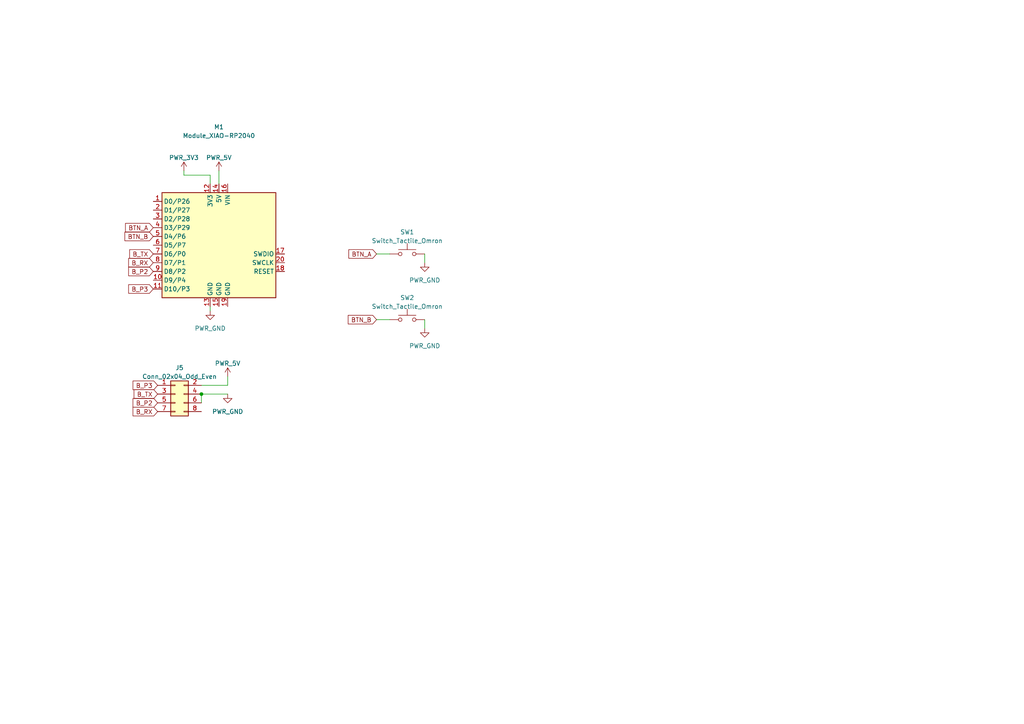
<source format=kicad_sch>
(kicad_sch (version 20230121) (generator eeschema)
  (paper "A4")
  (lib_symbols
    (symbol "Connector_Generic:Conn_02x04_Odd_Even" (pin_names (offset 1.016) hide)
      (property "Reference" "J" (at 1.27 5.08 0))
      (property "Value" "Conn_02x04_Odd_Even" (at 1.27 -7.62 0))
      (symbol "Conn_02x04_Odd_Even_1_1"
        (rectangle (start -1.27 -4.953) (end 0 -5.207) (stroke (width 0.1524)))
        (rectangle (start -1.27 -2.413) (end 0 -2.667) (stroke (width 0.1524)))
        (rectangle (start -1.27 0.127) (end 0 -0.127) (stroke (width 0.1524)))
        (rectangle (start -1.27 2.667) (end 0 2.413) (stroke (width 0.1524)))
        (rectangle (start -1.27 3.81) (end 3.81 -6.35) (stroke (width 0.254)) (fill (type background)))
        (rectangle (start 3.81 -4.953) (end 2.54 -5.207) (stroke (width 0.1524)))
        (rectangle (start 3.81 -2.413) (end 2.54 -2.667) (stroke (width 0.1524)))
        (rectangle (start 3.81 0.127) (end 2.54 -0.127) (stroke (width 0.1524)))
        (rectangle (start 3.81 2.667) (end 2.54 2.413) (stroke (width 0.1524)))
        (pin passive line (at -5.08 2.54 0) (length 3.81) (name "Pin_1") (number "1"))
        (pin passive line (at 7.62 2.54 180) (length 3.81) (name "Pin_2") (number "2"))
        (pin passive line (at -5.08 0 0) (length 3.81) (name "Pin_3") (number "3"))
        (pin passive line (at 7.62 0 180) (length 3.81) (name "Pin_4") (number "4"))
        (pin passive line (at -5.08 -2.54 0) (length 3.81) (name "Pin_5") (number "5"))
        (pin passive line (at 7.62 -2.54 180) (length 3.81) (name "Pin_6") (number "6"))
        (pin passive line (at -5.08 -5.08 0) (length 3.81) (name "Pin_7") (number "7"))
        (pin passive line (at 7.62 -5.08 180) (length 3.81) (name "Pin_8") (number "8"))
      )
    )
    (symbol "fab:Module_XIAO-RP2040"
      (property "Reference" "M1" (at 0 34.29 0))
      (property "Value" "Module_XIAO-RP2040" (at 0 31.75 0))
      (symbol "Module_XIAO-RP2040_1_1"
        (rectangle (start -16.51 15.24) (end 16.51 -15.24) (stroke (width 0.254)) (fill (type background)))
        (pin bidirectional line (at -19.05 12.7 0) (length 2.54) (name "D0/P26") (number "1"))
        (pin bidirectional line (at -19.05 -10.16 0) (length 2.54) (name "D9/P4") (number "10"))
        (pin bidirectional line (at -19.05 -12.7 0) (length 2.54) (name "D10/P3") (number "11"))
        (pin power_in line (at -2.54 17.78 270) (length 2.54) (name "3V3") (number "12"))
        (pin power_in line (at -2.54 -17.78 90) (length 2.54) (name "GND") (number "13"))
        (pin power_in line (at 0 17.78 270) (length 2.54) (name "5V") (number "14"))
        (pin power_in line (at 0 -17.78 90) (length 2.54) (name "GND") (number "15"))
        (pin power_in line (at 2.54 17.78 270) (length 2.54) (name "VIN") (number "16"))
        (pin bidirectional line (at 19.05 -2.54 180) (length 2.54) (name "SWDIO") (number "17"))
        (pin input line (at 19.05 -7.62 180) (length 2.54) (name "RESET") (number "18"))
        (pin power_in line (at 2.54 -17.78 90) (length 2.54) (name "GND") (number "19"))
        (pin bidirectional line (at -19.05 10.16 0) (length 2.54) (name "D1/P27") (number "2"))
        (pin input line (at 19.05 -5.08 180) (length 2.54) (name "SWCLK") (number "20"))
        (pin bidirectional line (at -19.05 7.62 0) (length 2.54) (name "D2/P28") (number "3"))
        (pin bidirectional line (at -19.05 5.08 0) (length 2.54) (name "D3/P29") (number "4"))
        (pin bidirectional line (at -19.05 2.54 0) (length 2.54) (name "D4/P6") (number "5"))
        (pin bidirectional line (at -19.05 0 0) (length 2.54) (name "D5/P7") (number "6"))
        (pin bidirectional line (at -19.05 -2.54 0) (length 2.54) (name "D6/P0") (number "7"))
        (pin bidirectional line (at -19.05 -5.08 0) (length 2.54) (name "D7/P1") (number "8"))
        (pin bidirectional line (at -19.05 -7.62 0) (length 2.54) (name "D8/P2") (number "9"))
      )
    )
    (symbol "fab:PWR_3V3" (power) (pin_names (offset 0))
      (property "Value" "PWR_3V3" (at 0 3.556 0))
      (symbol "PWR_3V3_0_1"
        (polyline (pts (xy -0.762 1.27) (xy 0 2.54)))
        (polyline (pts (xy 0 0) (xy 0 2.54)))
        (polyline (pts (xy 0 2.54) (xy 0.762 1.27)))
      )
      (symbol "PWR_3V3_1_1"
        (pin power_in line (at 0 0 90) (length 0) hide (name "PWR_3V3") (number "1"))
      )
    )
    (symbol "fab:PWR_5V" (power) (pin_names (offset 0))
      (property "Value" "PWR_5V" (at 0 3.556 0))
      (symbol "PWR_5V_0_1"
        (polyline (pts (xy -0.762 1.27) (xy 0 2.54)))
        (polyline (pts (xy 0 0) (xy 0 2.54)))
        (polyline (pts (xy 0 2.54) (xy 0.762 1.27)))
      )
      (symbol "PWR_5V_1_1"
        (pin power_in line (at 0 0 90) (length 0) hide (name "PWR_5V") (number "1"))
      )
    )
    (symbol "fab:PWR_GND" (power) (pin_names (offset 0))
      (property "Value" "PWR_GND" (at 0 -3.81 0))
      (symbol "PWR_GND_0_1"
        (polyline (pts (xy 0 0) (xy 0 -1.27) (xy 1.27 -1.27) (xy 0 -2.54) (xy -1.27 -1.27) (xy 0 -1.27)))
      )
      (symbol "PWR_GND_1_1"
        (pin power_in line (at 0 0 270) (length 0) hide (name "PWR_GND") (number "1"))
      )
    )
    (symbol "fab:Switch_Tactile_Omron" (pin_numbers hide) (pin_names (offset 1.016) hide)
      (property "Reference" "SW" (at 1.27 2.54 0))
      (property "Value" "Switch_Tactile_Omron" (at 0 -1.524 0))
      (symbol "Switch_Tactile_Omron_0_1"
        (circle (center -2.032 0) (radius 0.508))
        (polyline (pts (xy 0 1.27) (xy 0 3.048)))
        (polyline (pts (xy 2.54 1.27) (xy -2.54 1.27)))
        (circle (center 2.032 0) (radius 0.508))
        (pin passive line (at -5.08 0 0) (length 2.54) (name "1") (number "1"))
        (pin passive line (at 5.08 0 180) (length 2.54) (name "2") (number "2"))
      )
    )
  )
  (junction (at 58.42 114.3))
  (wire (pts (xy 58.42 114.3) (xy 66.04 114.3)))
  (wire (pts (xy 63.5 49.53) (xy 63.5 53.34)))
  (wire (pts (xy 66.04 111.76) (xy 58.42 111.76)))
  (wire (pts (xy 58.42 114.3) (xy 58.42 116.84)))
  (wire (pts (xy 60.96 50.8) (xy 60.96 53.34)))
  (wire (pts (xy 53.34 50.8) (xy 60.96 50.8)))
  (wire (pts (xy 123.19 95.25) (xy 123.19 92.71)))
  (wire (pts (xy 53.34 50.8) (xy 53.34 49.53)))
  (wire (pts (xy 109.22 92.71) (xy 113.03 92.71)))
  (wire (pts (xy 60.96 90.17) (xy 60.96 88.9)))
  (wire (pts (xy 109.22 73.66) (xy 113.03 73.66)))
  (wire (pts (xy 66.04 109.22) (xy 66.04 111.76)))
  (wire (pts (xy 123.19 76.2) (xy 123.19 73.66)))
  (global_label "BTN_B" (shape input) (at 109.22 92.71 180) (property "Intersheetrefs" "${INTERSHEET_REFS}" (effects hide)))
  (global_label "B_TX" (shape input) (at 44.45 73.66 180) (property "Intersheetrefs" "${INTERSHEET_REFS}" (effects hide)))
  (global_label "B_P3" (shape input) (at 45.72 111.76 180) (property "Intersheetrefs" "${INTERSHEET_REFS}" (effects hide)))
  (global_label "BTN_A" (shape input) (at 44.45 66.04 180) (property "Intersheetrefs" "${INTERSHEET_REFS}" (effects hide)))
  (global_label "BTN_B" (shape input) (at 44.45 68.58 180) (property "Intersheetrefs" "${INTERSHEET_REFS}" (effects hide)))
  (global_label "B_P2" (shape input) (at 45.72 116.84 180) (property "Intersheetrefs" "${INTERSHEET_REFS}" (effects hide)))
  (global_label "B_P2" (shape input) (at 44.45 78.74 180) (property "Intersheetrefs" "${INTERSHEET_REFS}" (effects hide)))
  (global_label "B_TX" (shape input) (at 45.72 114.3 180) (property "Intersheetrefs" "${INTERSHEET_REFS}" (effects hide)))
  (global_label "B_RX" (shape input) (at 45.72 119.38 180) (property "Intersheetrefs" "${INTERSHEET_REFS}" (effects hide)))
  (global_label "B_P3" (shape input) (at 44.45 83.82 180) (property "Intersheetrefs" "${INTERSHEET_REFS}" (effects hide)))
  (global_label "B_RX" (shape input) (at 44.45 76.2 180) (property "Intersheetrefs" "${INTERSHEET_REFS}" (effects hide)))
  (global_label "BTN_A" (shape input) (at 109.22 73.66 180) (property "Intersheetrefs" "${INTERSHEET_REFS}" (effects hide)))
  (symbol (lib_id "fab:PWR_GND") (at 66.04 114.3 0) (unit 1)
    (property "Reference" "#PWR08" (effects hide))
    (property "Value" "PWR_GND" (at 66.04 119.38 0))
  )
  (symbol (lib_id "fab:PWR_3V3") (at 53.34 49.53 0) (unit 1)
    (property "Reference" "#PWR06" (effects hide))
    (property "Value" "PWR_3V3" (at 53.34 45.72 0))
  )
  (symbol (lib_id "fab:Switch_Tactile_Omron") (at 118.11 73.66 0) (unit 1)
    (property "Reference" "SW1" (at 118.11 67.31 0))
    (property "Value" "Switch_Tactile_Omron" (at 118.11 69.85 0))
    (property "Footprint" "fab:Button_Omron_B3SN_6.0x6.0mm" (effects hide))
    (property "Datasheet" "https://omronfs.omron.com/en_US/ecb/products/pdf/en-b3sn.pdf" (effects hide))
  )
  (symbol (lib_id "Connector_Generic:Conn_02x04_Odd_Even") (at 50.8 114.3 0) (unit 1)
    (property "Reference" "J5" (at 52.07 106.68 0))
    (property "Value" "Conn_02x04_Odd_Even" (at 52.07 109.22 0))
    (property "Footprint" "fab:PinHeader_2x04_P2.54mm_Vertical_pinch" (effects hide))
  )
  (symbol (lib_id "fab:Module_XIAO-RP2040") (at 63.5 71.12 0) (unit 1)
    (property "Reference" "M1" (at 63.5 36.83 0))
    (property "Value" "Module_XIAO-RP2040" (at 63.5 39.37 0))
    (property "Footprint" "fab:SeeedStudio_XIAO_RP2040_SMD" (effects hide))
    (property "Datasheet" "https://wiki.seeedstudio.com/XIAO-RP2040/" (effects hide))
  )
  (symbol (lib_id "fab:PWR_GND") (at 123.19 95.25 0) (unit 1)
    (property "Reference" "#PWR01" (effects hide))
    (property "Value" "PWR_GND" (at 123.19 100.33 0))
  )
  (symbol (lib_id "fab:Switch_Tactile_Omron") (at 118.11 92.71 0) (unit 1)
    (property "Reference" "SW2" (at 118.11 86.36 0))
    (property "Value" "Switch_Tactile_Omron" (at 118.11 88.9 0))
    (property "Footprint" "fab:Button_Omron_B3SN_6.0x6.0mm" (effects hide))
    (property "Datasheet" "https://omronfs.omron.com/en_US/ecb/products/pdf/en-b3sn.pdf" (effects hide))
  )
  (symbol (lib_id "fab:PWR_5V") (at 66.04 109.22 0) (unit 1)
    (property "Reference" "#PWR07" (effects hide))
    (property "Value" "PWR_5V" (at 66.04 105.41 0))
  )
  (symbol (lib_id "fab:PWR_5V") (at 63.5 49.53 0) (unit 1)
    (property "Reference" "#PWR05" (effects hide))
    (property "Value" "PWR_5V" (at 63.5 45.72 0))
  )
  (symbol (lib_id "fab:PWR_GND") (at 60.96 90.17 0) (unit 1)
    (property "Reference" "#PWR02" (effects hide))
    (property "Value" "PWR_GND" (at 60.96 95.25 0))
  )
  (symbol (lib_id "fab:PWR_GND") (at 123.19 76.2 0) (unit 1)
    (property "Reference" "#PWR03" (effects hide))
    (property "Value" "PWR_GND" (at 123.19 81.28 0))
  )
)
</source>
